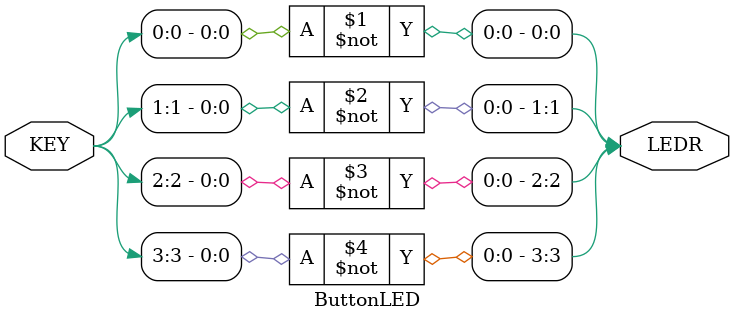
<source format=v>
module ButtonLED(
	input wire [3:0] KEY,
	output wire [3:0] LEDR
);

	assign LEDR[0] = ~KEY[0];
	assign LEDR[1] = ~KEY[1];
	assign LEDR[2] = ~KEY[2];
	assign LEDR[3] = ~KEY[3];	
endmodule

</source>
